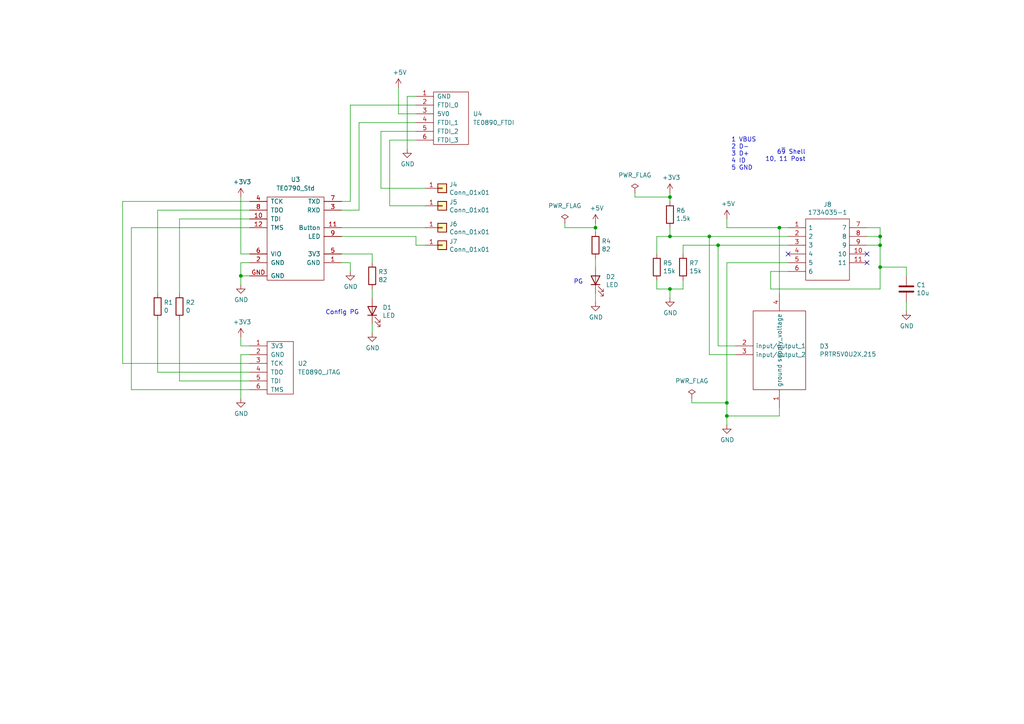
<source format=kicad_sch>
(kicad_sch (version 20211123) (generator eeschema)
  (paper "A4")
  (title_block (title "mifune/TE0890/local board") (date "2020-10-04") (rev "0.1") (comment 1 "Masayuki Takagiwa") (comment 2 "https://github.com/takagiwa/mifune") (comment 4 "GPLv2"))
  (lib_symbols
    (symbol "Connector_Generic:Conn_01x01" (pin_names (offset 1.016) hide)
      (property "Reference" "J" (at 0 2.54 0))
      (property "Value" "Conn_01x01" (at 0 -2.54 0))
      (symbol "Conn_01x01_1_1"
        (rectangle (start -1.27 0.127) (end 0 -0.127) (stroke (width 0.1524)))
        (rectangle (start -1.27 1.27) (end 1.27 -1.27) (stroke (width 0.254)) (fill (type background)))
        (pin passive line (at -5.08 0 0) (length 3.81) (name "Pin_1") (number "1"))
      )
    )
    (symbol "Device:C" (pin_numbers hide) (pin_names (offset 0.254))
      (property "Reference" "C" (at 0.635 2.54 0))
      (property "Value" "C" (at 0.635 -2.54 0))
      (symbol "C_0_1"
        (polyline (pts (xy -2.032 -0.762) (xy 2.032 -0.762)) (stroke (width 0.508)))
        (polyline (pts (xy -2.032 0.762) (xy 2.032 0.762)) (stroke (width 0.508)))
      )
      (symbol "C_1_1"
        (pin passive line (at 0 3.81 270) (length 2.794) (name "~") (number "1"))
        (pin passive line (at 0 -3.81 90) (length 2.794) (name "~") (number "2"))
      )
    )
    (symbol "Device:LED" (pin_numbers hide) (pin_names (offset 1.016) hide)
      (property "Reference" "D" (at 0 2.54 0))
      (property "Value" "LED" (at 0 -2.54 0))
      (symbol "LED_0_1"
        (polyline (pts (xy -1.27 -1.27) (xy -1.27 1.27)) (stroke (width 0.254)))
        (polyline (pts (xy -1.27 0) (xy 1.27 0)))
        (polyline (pts (xy 1.27 -1.27) (xy 1.27 1.27) (xy -1.27 0) (xy 1.27 -1.27)) (stroke (width 0.254)))
        (polyline (pts (xy -3.048 -0.762) (xy -4.572 -2.286) (xy -3.81 -2.286) (xy -4.572 -2.286) (xy -4.572 -1.524)))
        (polyline (pts (xy -1.778 -0.762) (xy -3.302 -2.286) (xy -2.54 -2.286) (xy -3.302 -2.286) (xy -3.302 -1.524)))
      )
      (symbol "LED_1_1"
        (pin passive line (at -3.81 0 0) (length 2.54) (name "K") (number "1"))
        (pin passive line (at 3.81 0 180) (length 2.54) (name "A") (number "2"))
      )
    )
    (symbol "Device:R" (pin_numbers hide) (pin_names (offset 0))
      (property "Reference" "R" (at 2.032 0 90))
      (property "Value" "R" (at 0 0 90))
      (symbol "R_0_1"
        (rectangle (start -1.016 -2.54) (end 1.016 2.54) (stroke (width 0.254)))
      )
      (symbol "R_1_1"
        (pin passive line (at 0 3.81 270) (length 1.27) (name "~") (number "1"))
        (pin passive line (at 0 -3.81 90) (length 1.27) (name "~") (number "2"))
      )
    )
    (symbol "LibraryLoader:1734035-1" (pin_names (offset 0.762))
      (property "Reference" "J" (at 19.05 7.62 0))
      (property "Value" "1734035-1" (at 19.05 5.08 0))
      (symbol "1734035-1_0_0"
        (pin passive line (at 0 0 0) (length 5.08) (name "1") (number "1"))
        (pin passive line (at 22.86 -7.62 180) (length 5.08) (name "10") (number "10"))
        (pin passive line (at 22.86 -10.16 180) (length 5.08) (name "11") (number "11"))
        (pin passive line (at 0 -2.54 0) (length 5.08) (name "2") (number "2"))
        (pin passive line (at 0 -5.08 0) (length 5.08) (name "3") (number "3"))
        (pin passive line (at 0 -7.62 0) (length 5.08) (name "4") (number "4"))
        (pin passive line (at 0 -10.16 0) (length 5.08) (name "5") (number "5"))
        (pin passive line (at 0 -12.7 0) (length 5.08) (name "6") (number "6"))
        (pin passive line (at 22.86 0 180) (length 5.08) (name "7") (number "7"))
        (pin passive line (at 22.86 -2.54 180) (length 5.08) (name "8") (number "8"))
        (pin passive line (at 22.86 -5.08 180) (length 5.08) (name "9") (number "9"))
      )
      (symbol "1734035-1_0_1"
        (polyline (pts (xy 5.08 2.54) (xy 17.78 2.54) (xy 17.78 -15.24) (xy 5.08 -15.24) (xy 5.08 2.54)) (stroke (width 0.1524)))
      )
    )
    (symbol "LibraryLoader:PRTR5V0U2X,215" (pin_names (offset 0.762))
      (property "Reference" "D" (at 21.59 15.24 0))
      (property "Value" "PRTR5V0U2X,215" (at 21.59 12.7 0))
      (symbol "PRTR5V0U2X,215_0_0"
        (pin passive line (at 12.7 -17.78 90) (length 5.08) (name "ground") (number "1"))
        (pin passive line (at 0 0 0) (length 5.08) (name "input/output_1") (number "2"))
        (pin passive line (at 0 -2.54 0) (length 5.08) (name "input/output_2") (number "3"))
        (pin passive line (at 12.7 15.24 270) (length 5.08) (name "supply_voltage") (number "4"))
      )
      (symbol "PRTR5V0U2X,215_0_1"
        (polyline (pts (xy 5.08 10.16) (xy 20.32 10.16) (xy 20.32 -12.7) (xy 5.08 -12.7) (xy 5.08 10.16)) (stroke (width 0.1524)))
      )
    )
    (symbol "TE0890:TE0790_Std" (pin_names (offset 1.016))
      (property "Reference" "U" (at 0 11.43 0))
      (property "Value" "TE0790_Std" (at 0 -15.24 0))
      (symbol "TE0790_Std_0_0"
        (pin power_in line (at 13.97 -8.89 180) (length 5.08) (name "GND") (number "1"))
        (pin passive line (at -12.7 3.81 0) (length 5.08) (name "TDI") (number "10"))
        (pin output line (at 13.97 1.27 180) (length 5.08) (name "Button") (number "11"))
        (pin passive line (at -12.7 1.27 0) (length 5.08) (name "TMS") (number "12"))
        (pin power_in line (at -12.7 -8.89 0) (length 5.08) (name "GND") (number "2"))
        (pin passive line (at 13.97 6.35 180) (length 5.08) (name "RXD") (number "3"))
        (pin passive line (at -12.7 8.89 0) (length 5.08) (name "TCK") (number "4"))
        (pin power_out line (at 13.97 -6.35 180) (length 5.08) (name "3V3") (number "5"))
        (pin power_in line (at -12.7 -6.35 0) (length 5.08) (name "VIO") (number "6"))
        (pin passive line (at 13.97 8.89 180) (length 5.08) (name "TXD") (number "7"))
        (pin passive line (at -12.7 6.35 0) (length 5.08) (name "TDO") (number "8"))
        (pin input line (at 13.97 -1.27 180) (length 5.08) (name "LED") (number "9"))
        (pin power_in line (at -12.7 -12.7 0) (length 5.08) (name "GND") (number "GND"))
      )
      (symbol "TE0790_Std_0_1"
        (rectangle (start -7.62 10.16) (end 8.89 -13.97))
      )
    )
    (symbol "TE0890:TE0890_FTDI" (pin_names (offset 1.016))
      (property "Reference" "U" (at 0 8.89 0))
      (property "Value" "TE0890_FTDI" (at 0 -8.89 0))
      (symbol "TE0890_FTDI_0_0"
        (pin power_in line (at -8.89 6.35 0) (length 5.08) (name "GND") (number "1"))
        (pin passive line (at -8.89 3.81 0) (length 5.08) (name "FTDI_0") (number "2"))
        (pin power_in line (at -8.89 1.27 0) (length 5.08) (name "5V0") (number "3"))
        (pin passive line (at -8.89 -1.27 0) (length 5.08) (name "FTDI_1") (number "4"))
        (pin passive line (at -8.89 -3.81 0) (length 5.08) (name "FTDI_2") (number "5"))
        (pin passive line (at -8.89 -6.35 0) (length 5.08) (name "FTDI_3") (number "6"))
      )
      (symbol "TE0890_FTDI_0_1"
        (rectangle (start -3.81 7.62) (end 6.35 -7.62))
      )
    )
    (symbol "TE0890:TE0890_JTAG" (pin_names (offset 1.016))
      (property "Reference" "U" (at 0 8.89 0))
      (property "Value" "TE0890_JTAG" (at 0 -8.89 0))
      (symbol "TE0890_JTAG_0_0"
        (pin power_out line (at -7.62 6.35 0) (length 5.08) (name "3V3") (number "1"))
        (pin power_in line (at -7.62 3.81 0) (length 5.08) (name "GND") (number "2"))
        (pin passive line (at -7.62 1.27 0) (length 5.08) (name "TCK") (number "3"))
        (pin passive line (at -7.62 -1.27 0) (length 5.08) (name "TDO") (number "4"))
        (pin passive line (at -7.62 -3.81 0) (length 5.08) (name "TDI") (number "5"))
        (pin passive line (at -7.62 -6.35 0) (length 5.08) (name "TMS") (number "6"))
      )
      (symbol "TE0890_JTAG_0_1"
        (rectangle (start -2.54 7.62) (end 5.08 -7.62))
      )
    )
    (symbol "power:+3.3V" (power) (pin_names (offset 0))
      (property "Value" "+3.3V" (at 0 3.556 0))
      (symbol "+3.3V_0_1"
        (polyline (pts (xy -0.762 1.27) (xy 0 2.54)))
        (polyline (pts (xy 0 0) (xy 0 2.54)))
        (polyline (pts (xy 0 2.54) (xy 0.762 1.27)))
      )
      (symbol "+3.3V_1_1"
        (pin power_in line (at 0 0 90) (length 0) hide (name "+3V3") (number "1"))
      )
    )
    (symbol "power:+5V" (power) (pin_names (offset 0))
      (property "Value" "+5V" (at 0 3.556 0))
      (symbol "+5V_0_1"
        (polyline (pts (xy -0.762 1.27) (xy 0 2.54)))
        (polyline (pts (xy 0 0) (xy 0 2.54)))
        (polyline (pts (xy 0 2.54) (xy 0.762 1.27)))
      )
      (symbol "+5V_1_1"
        (pin power_in line (at 0 0 90) (length 0) hide (name "+5V") (number "1"))
      )
    )
    (symbol "power:GND" (power) (pin_names (offset 0))
      (property "Value" "GND" (at 0 -3.81 0))
      (symbol "GND_0_1"
        (polyline (pts (xy 0 0) (xy 0 -1.27) (xy 1.27 -1.27) (xy 0 -2.54) (xy -1.27 -1.27) (xy 0 -1.27)))
      )
      (symbol "GND_1_1"
        (pin power_in line (at 0 0 270) (length 0) hide (name "GND") (number "1"))
      )
    )
    (symbol "power:PWR_FLAG" (power) (pin_numbers hide) (pin_names (offset 0) hide)
      (property "Value" "PWR_FLAG" (at 0 3.81 0))
      (symbol "PWR_FLAG_0_0"
        (pin power_out line (at 0 0 90) (length 0) (name "pwr") (number "1"))
      )
      (symbol "PWR_FLAG_0_1"
        (polyline (pts (xy 0 0) (xy 0 1.27) (xy -1.016 1.905) (xy 0 2.54) (xy 1.016 1.905) (xy 0 1.27)))
      )
    )
  )
  (junction (at 210.82 116.84))
  (junction (at 205.74 68.58))
  (junction (at 194.31 57.15))
  (junction (at 194.31 68.58))
  (junction (at 255.27 77.47))
  (junction (at 255.27 71.12))
  (junction (at 194.31 83.82))
  (junction (at 210.82 120.65))
  (junction (at 69.85 80.01))
  (junction (at 226.06 66.04))
  (junction (at 208.28 71.12))
  (junction (at 172.72 66.04))
  (junction (at 255.27 68.58))
  (no_connect (at 228.6 73.66))
  (no_connect (at 251.46 73.66))
  (no_connect (at 251.46 76.2))
  (wire (pts (xy 72.39 76.2) (xy 69.85 76.2)))
  (wire (pts (xy 198.12 73.66) (xy 198.12 71.12)))
  (wire (pts (xy 110.49 54.61) (xy 110.49 38.1)))
  (wire (pts (xy 101.6 76.2) (xy 101.6 78.74)))
  (wire (pts (xy 38.1 113.03) (xy 38.1 66.04)))
  (wire (pts (xy 120.65 71.12) (xy 123.19 71.12)))
  (wire (pts (xy 110.49 38.1) (xy 120.65 38.1)))
  (wire (pts (xy 115.57 33.02) (xy 115.57 25.4)))
  (wire (pts (xy 210.82 123.19) (xy 210.82 120.65)))
  (wire (pts (xy 38.1 66.04) (xy 72.39 66.04)))
  (wire (pts (xy 113.03 40.64) (xy 113.03 59.69)))
  (wire (pts (xy 118.11 27.94) (xy 118.11 43.18)))
  (wire (pts (xy 120.65 33.02) (xy 115.57 33.02)))
  (wire (pts (xy 255.27 68.58) (xy 255.27 71.12)))
  (wire (pts (xy 72.39 73.66) (xy 69.85 73.66)))
  (wire (pts (xy 99.06 76.2) (xy 101.6 76.2)))
  (wire (pts (xy 104.14 60.96) (xy 99.06 60.96)))
  (wire (pts (xy 262.89 77.47) (xy 255.27 77.47)))
  (wire (pts (xy 69.85 102.87) (xy 69.85 115.57)))
  (wire (pts (xy 72.39 60.96) (xy 45.72 60.96)))
  (wire (pts (xy 107.95 83.82) (xy 107.95 86.36)))
  (wire (pts (xy 194.31 66.04) (xy 194.31 68.58)))
  (wire (pts (xy 208.28 100.33) (xy 213.36 100.33)))
  (wire (pts (xy 194.31 57.15) (xy 194.31 58.42)))
  (wire (pts (xy 200.66 115.57) (xy 200.66 116.84)))
  (wire (pts (xy 120.65 68.58) (xy 120.65 71.12)))
  (wire (pts (xy 120.65 27.94) (xy 118.11 27.94)))
  (wire (pts (xy 99.06 58.42) (xy 101.6 58.42)))
  (wire (pts (xy 208.28 71.12) (xy 208.28 100.33)))
  (wire (pts (xy 262.89 80.01) (xy 262.89 77.47)))
  (wire (pts (xy 163.83 64.77) (xy 163.83 66.04)))
  (wire (pts (xy 223.52 83.82) (xy 255.27 83.82)))
  (wire (pts (xy 172.72 66.04) (xy 172.72 67.31)))
  (wire (pts (xy 190.5 83.82) (xy 190.5 81.28)))
  (wire (pts (xy 210.82 76.2) (xy 210.82 116.84)))
  (wire (pts (xy 69.85 97.79) (xy 69.85 100.33)))
  (wire (pts (xy 194.31 86.36) (xy 194.31 83.82)))
  (wire (pts (xy 35.56 58.42) (xy 35.56 105.41)))
  (wire (pts (xy 52.07 110.49) (xy 52.07 92.71)))
  (wire (pts (xy 251.46 68.58) (xy 255.27 68.58)))
  (wire (pts (xy 69.85 76.2) (xy 69.85 80.01)))
  (wire (pts (xy 255.27 66.04) (xy 251.46 66.04)))
  (wire (pts (xy 113.03 59.69) (xy 123.19 59.69)))
  (wire (pts (xy 104.14 35.56) (xy 104.14 60.96)))
  (wire (pts (xy 69.85 100.33) (xy 72.39 100.33)))
  (wire (pts (xy 198.12 81.28) (xy 198.12 83.82)))
  (wire (pts (xy 123.19 54.61) (xy 110.49 54.61)))
  (wire (pts (xy 228.6 76.2) (xy 210.82 76.2)))
  (wire (pts (xy 72.39 58.42) (xy 35.56 58.42)))
  (wire (pts (xy 198.12 71.12) (xy 208.28 71.12)))
  (wire (pts (xy 69.85 80.01) (xy 69.85 82.55)))
  (wire (pts (xy 190.5 73.66) (xy 190.5 68.58)))
  (wire (pts (xy 228.6 66.04) (xy 226.06 66.04)))
  (wire (pts (xy 255.27 68.58) (xy 255.27 66.04)))
  (wire (pts (xy 228.6 78.74) (xy 223.52 78.74)))
  (wire (pts (xy 72.39 102.87) (xy 69.85 102.87)))
  (wire (pts (xy 194.31 83.82) (xy 190.5 83.82)))
  (wire (pts (xy 223.52 78.74) (xy 223.52 83.82)))
  (wire (pts (xy 226.06 66.04) (xy 226.06 85.09)))
  (wire (pts (xy 184.15 57.15) (xy 194.31 57.15)))
  (wire (pts (xy 107.95 73.66) (xy 107.95 76.2)))
  (wire (pts (xy 262.89 90.17) (xy 262.89 87.63)))
  (wire (pts (xy 210.82 120.65) (xy 226.06 120.65)))
  (wire (pts (xy 255.27 83.82) (xy 255.27 77.47)))
  (wire (pts (xy 194.31 55.88) (xy 194.31 57.15)))
  (wire (pts (xy 120.65 40.64) (xy 113.03 40.64)))
  (wire (pts (xy 255.27 71.12) (xy 251.46 71.12)))
  (wire (pts (xy 45.72 107.95) (xy 72.39 107.95)))
  (wire (pts (xy 72.39 113.03) (xy 38.1 113.03)))
  (wire (pts (xy 163.83 66.04) (xy 172.72 66.04)))
  (wire (pts (xy 69.85 73.66) (xy 69.85 57.15)))
  (wire (pts (xy 52.07 63.5) (xy 72.39 63.5)))
  (wire (pts (xy 52.07 85.09) (xy 52.07 63.5)))
  (wire (pts (xy 101.6 58.42) (xy 101.6 30.48)))
  (wire (pts (xy 99.06 66.04) (xy 123.19 66.04)))
  (wire (pts (xy 35.56 105.41) (xy 72.39 105.41)))
  (wire (pts (xy 205.74 102.87) (xy 205.74 68.58)))
  (wire (pts (xy 72.39 110.49) (xy 52.07 110.49)))
  (wire (pts (xy 99.06 68.58) (xy 120.65 68.58)))
  (wire (pts (xy 205.74 68.58) (xy 228.6 68.58)))
  (wire (pts (xy 107.95 93.98) (xy 107.95 96.52)))
  (wire (pts (xy 255.27 77.47) (xy 255.27 71.12)))
  (wire (pts (xy 99.06 73.66) (xy 107.95 73.66)))
  (wire (pts (xy 172.72 74.93) (xy 172.72 77.47)))
  (wire (pts (xy 45.72 92.71) (xy 45.72 107.95)))
  (wire (pts (xy 200.66 116.84) (xy 210.82 116.84)))
  (wire (pts (xy 226.06 120.65) (xy 226.06 118.11)))
  (wire (pts (xy 172.72 64.77) (xy 172.72 66.04)))
  (wire (pts (xy 210.82 116.84) (xy 210.82 120.65)))
  (wire (pts (xy 72.39 80.01) (xy 69.85 80.01)))
  (wire (pts (xy 210.82 63.5) (xy 210.82 66.04)))
  (wire (pts (xy 228.6 71.12) (xy 208.28 71.12)))
  (wire (pts (xy 198.12 83.82) (xy 194.31 83.82)))
  (wire (pts (xy 190.5 68.58) (xy 194.31 68.58)))
  (wire (pts (xy 45.72 60.96) (xy 45.72 85.09)))
  (wire (pts (xy 120.65 35.56) (xy 104.14 35.56)))
  (wire (pts (xy 101.6 30.48) (xy 120.65 30.48)))
  (wire (pts (xy 210.82 66.04) (xy 226.06 66.04)))
  (wire (pts (xy 194.31 68.58) (xy 205.74 68.58)))
  (wire (pts (xy 213.36 102.87) (xy 205.74 102.87)))
  (wire (pts (xy 172.72 85.09) (xy 172.72 87.63)))
  (wire (pts (xy 184.15 55.88) (xy 184.15 57.15)))
  (text "Config PG" (at 104.14 91.44 180) (effects (font (size 1.27 1.27)) (justify right bottom)))
  (text "6~{9} Shell\n10, 11 Post" (at 233.68 46.99 180) (effects (font (size 1.27 1.27)) (justify right bottom)))
  (text "1 VBUS\n2 D-\n3 D+\n4 ID\n5 GND" (at 212.09 49.53 0) (effects (font (size 1.27 1.27)) (justify left bottom)))
  (text "PG" (at 166.37 82.55 0) (effects (font (size 1.27 1.27)) (justify left bottom)))
  (symbol (lib_id "LibraryLoader:1734035-1") (at 228.6 66.04 0) (unit 1)
    (property "Reference" "J8" (at 240.03 59.309 0))
    (property "Value" "1734035-1" (at 240.03 61.6204 0))
    (property "Footprint" "LibraryLoader:17340351" (effects hide))
    (property "Datasheet" "http://www.te.com/commerce/DocumentDelivery/DDEController?Action=srchrtrv&DocNm=1734035&DocType=Customer+Drawing&DocLang=English" (effects hide))
    (property "Description" "AMP - TE CONNECTIVITY - 1734035-1. - MINI USB, 2.0 TYPE B, RECEPTACLE, SMT" (effects hide))
    (property "Height" "4" (effects hide))
    (property "Mouser Part Number" "571-1734035-1" (effects hide))
    (property "Mouser Price/Stock" "https://www.mouser.co.uk/ProductDetail/TE-Connectivity/1734035-1?qs=Lu3apKW7jUhmtA8yyQGN2g%3D%3D" (effects hide))
    (property "Manufacturer_Name" "TE Connectivity" (effects hide))
    (property "Manufacturer_Part_Number" "1734035-1" (effects hide))
  )
  (symbol (lib_id "LibraryLoader:PRTR5V0U2X,215") (at 213.36 100.33 0) (unit 1)
    (property "Reference" "D3" (at 237.6932 100.4316 0) (effects (justify left)))
    (property "Value" "PRTR5V0U2X,215" (at 237.6932 102.743 0) (effects (justify left)))
    (property "Footprint" "LibraryLoader:PRTR5V0U2X" (effects hide))
    (property "Datasheet" "https://assets.nexperia.com/documents/data-sheet/PRTR5V0U2X.pdf" (effects hide))
    (property "Description" "ESD Protection Diodes 5.5V Dual SOT143B NXP PRTR5V0U2X,215 Dual Uni-Directional TVS Diode, 4-Pin SOT-143B" (effects hide))
    (property "Height" "1.1" (effects hide))
    (property "Mouser Part Number" "771-PRTR5V0U2X-T/R" (effects hide))
    (property "Mouser Price/Stock" "https://www.mouser.co.uk/ProductDetail/Nexperia/PRTR5V0U2X215?qs=LOCUfHb8d9sDkgY4cRj8Lw%3D%3D" (effects hide))
    (property "Manufacturer_Name" "Nexperia" (effects hide))
    (property "Manufacturer_Part_Number" "PRTR5V0U2X,215" (effects hide))
  )
  (symbol (lib_id "power:GND") (at 210.82 123.19 0) (unit 1)
    (property "Reference" "#PWR024" (effects hide))
    (property "Value" "GND" (at 210.947 127.5842 0))
  )
  (symbol (lib_id "power:+5V") (at 210.82 63.5 0) (unit 1)
    (property "Reference" "#PWR023" (effects hide))
    (property "Value" "+5V" (at 211.201 59.1058 0))
  )
  (symbol (lib_id "Device:R") (at 198.12 77.47 0) (unit 1)
    (property "Reference" "R7" (at 199.898 76.3016 0) (effects (justify left)))
    (property "Value" "15k" (at 199.898 78.613 0) (effects (justify left)))
    (property "Footprint" "Resistor_SMD:R_0805_2012Metric_Pad1.20x1.40mm_HandSolder" (effects hide))
  )
  (symbol (lib_id "Device:R") (at 190.5 77.47 0) (unit 1)
    (property "Reference" "R5" (at 192.278 76.3016 0) (effects (justify left)))
    (property "Value" "15k" (at 192.278 78.613 0) (effects (justify left)))
    (property "Footprint" "Resistor_SMD:R_0805_2012Metric_Pad1.20x1.40mm_HandSolder" (effects hide))
  )
  (symbol (lib_id "Device:R") (at 194.31 62.23 0) (unit 1)
    (property "Reference" "R6" (at 196.088 61.0616 0) (effects (justify left)))
    (property "Value" "1.5k" (at 196.088 63.373 0) (effects (justify left)))
    (property "Footprint" "Resistor_SMD:R_0805_2012Metric_Pad1.20x1.40mm_HandSolder" (effects hide))
  )
  (symbol (lib_id "power:+3.3V") (at 194.31 55.88 0) (unit 1)
    (property "Reference" "#PWR021" (effects hide))
    (property "Value" "+3.3V" (at 194.691 51.4858 0))
  )
  (symbol (lib_id "power:GND") (at 194.31 86.36 0) (unit 1)
    (property "Reference" "#PWR022" (effects hide))
    (property "Value" "GND" (at 194.437 90.7542 0))
  )
  (symbol (lib_id "power:GND") (at 69.85 82.55 0) (unit 1)
    (property "Reference" "#PWR012" (effects hide))
    (property "Value" "GND" (at 69.977 86.9442 0))
  )
  (symbol (lib_id "power:GND") (at 101.6 78.74 0) (unit 1)
    (property "Reference" "#PWR015" (effects hide))
    (property "Value" "GND" (at 101.727 83.1342 0))
  )
  (symbol (lib_id "power:GND") (at 69.85 115.57 0) (unit 1)
    (property "Reference" "#PWR014" (effects hide))
    (property "Value" "GND" (at 69.977 119.9642 0))
  )
  (symbol (lib_id "power:+3.3V") (at 69.85 97.79 0) (unit 1)
    (property "Reference" "#PWR013" (effects hide))
    (property "Value" "+3.3V" (at 70.231 93.3958 0))
  )
  (symbol (lib_id "power:+3.3V") (at 69.85 57.15 0) (unit 1)
    (property "Reference" "#PWR011" (effects hide))
    (property "Value" "+3.3V" (at 70.231 52.7558 0))
  )
  (symbol (lib_id "Device:R") (at 52.07 88.9 0) (unit 1)
    (property "Reference" "R2" (at 53.848 87.7316 0) (effects (justify left)))
    (property "Value" "0" (at 53.848 90.043 0) (effects (justify left)))
    (property "Footprint" "Resistor_SMD:R_0805_2012Metric_Pad1.20x1.40mm_HandSolder" (effects hide))
  )
  (symbol (lib_id "Device:R") (at 45.72 88.9 0) (unit 1)
    (property "Reference" "R1" (at 47.498 87.7316 0) (effects (justify left)))
    (property "Value" "0" (at 47.498 90.043 0) (effects (justify left)))
    (property "Footprint" "Resistor_SMD:R_0805_2012Metric_Pad1.20x1.40mm_HandSolder" (effects hide))
  )
  (symbol (lib_id "Device:C") (at 262.89 83.82 0) (unit 1)
    (property "Reference" "C1" (at 265.811 82.6516 0) (effects (justify left)))
    (property "Value" "10u" (at 265.811 84.963 0) (effects (justify left)))
    (property "Footprint" "Capacitor_SMD:C_0805_2012Metric_Pad1.18x1.45mm_HandSolder" (effects hide))
  )
  (symbol (lib_id "power:GND") (at 262.89 90.17 0) (unit 1)
    (property "Reference" "#PWR025" (effects hide))
    (property "Value" "GND" (at 263.017 94.5642 0))
  )
  (symbol (lib_id "Device:LED") (at 107.95 90.17 90) (unit 1)
    (property "Reference" "D1" (at 110.9472 89.1794 90) (effects (justify right)))
    (property "Value" "LED" (at 110.9472 91.4908 90) (effects (justify right)))
    (property "Footprint" "LED_SMD:LED_1206_3216Metric_Pad1.42x1.75mm_HandSolder" (effects hide))
  )
  (symbol (lib_id "Device:R") (at 107.95 80.01 0) (unit 1)
    (property "Reference" "R3" (at 109.728 78.8416 0) (effects (justify left)))
    (property "Value" "82" (at 109.728 81.153 0) (effects (justify left)))
    (property "Footprint" "Resistor_SMD:R_0805_2012Metric_Pad1.20x1.40mm_HandSolder" (effects hide))
  )
  (symbol (lib_id "power:GND") (at 107.95 96.52 0) (unit 1)
    (property "Reference" "#PWR016" (effects hide))
    (property "Value" "GND" (at 108.077 100.9142 0))
  )
  (symbol (lib_id "Device:LED") (at 172.72 81.28 90) (unit 1)
    (property "Reference" "D2" (at 175.7172 80.2894 90) (effects (justify right)))
    (property "Value" "LED" (at 175.7172 82.6008 90) (effects (justify right)))
    (property "Footprint" "LED_SMD:LED_1206_3216Metric_Pad1.42x1.75mm_HandSolder" (effects hide))
  )
  (symbol (lib_id "Device:R") (at 172.72 71.12 0) (unit 1)
    (property "Reference" "R4" (at 174.498 69.9516 0) (effects (justify left)))
    (property "Value" "82" (at 174.498 72.263 0) (effects (justify left)))
    (property "Footprint" "Resistor_SMD:R_0805_2012Metric_Pad1.20x1.40mm_HandSolder" (effects hide))
  )
  (symbol (lib_id "power:GND") (at 172.72 87.63 0) (unit 1)
    (property "Reference" "#PWR020" (effects hide))
    (property "Value" "GND" (at 172.847 92.0242 0))
  )
  (symbol (lib_id "power:+5V") (at 172.72 64.77 0) (unit 1)
    (property "Reference" "#PWR019" (effects hide))
    (property "Value" "+5V" (at 173.101 60.3758 0))
  )
  (symbol (lib_id "Connector_Generic:Conn_01x01") (at 128.27 66.04 0) (unit 1)
    (property "Reference" "J6" (at 130.302 64.9732 0) (effects (justify left)))
    (property "Value" "Conn_01x01" (at 130.302 67.2846 0) (effects (justify left)))
    (property "Footprint" "TestPoint:TestPoint_THTPad_D2.0mm_Drill1.0mm" (effects hide))
  )
  (symbol (lib_id "Connector_Generic:Conn_01x01") (at 128.27 71.12 0) (unit 1)
    (property "Reference" "J7" (at 130.302 70.0532 0) (effects (justify left)))
    (property "Value" "Conn_01x01" (at 130.302 72.3646 0) (effects (justify left)))
    (property "Footprint" "TestPoint:TestPoint_THTPad_D2.0mm_Drill1.0mm" (effects hide))
  )
  (symbol (lib_id "power:GND") (at 118.11 43.18 0) (unit 1)
    (property "Reference" "#PWR018" (effects hide))
    (property "Value" "GND" (at 118.237 47.5742 0))
  )
  (symbol (lib_id "power:+5V") (at 115.57 25.4 0) (unit 1)
    (property "Reference" "#PWR017" (effects hide))
    (property "Value" "+5V" (at 115.951 21.0058 0))
  )
  (symbol (lib_id "Connector_Generic:Conn_01x01") (at 128.27 59.69 0) (unit 1)
    (property "Reference" "J5" (at 130.302 58.6232 0) (effects (justify left)))
    (property "Value" "Conn_01x01" (at 130.302 60.9346 0) (effects (justify left)))
    (property "Footprint" "TestPoint:TestPoint_THTPad_D2.0mm_Drill1.0mm" (effects hide))
  )
  (symbol (lib_id "Connector_Generic:Conn_01x01") (at 128.27 54.61 0) (unit 1)
    (property "Reference" "J4" (at 130.302 53.5432 0) (effects (justify left)))
    (property "Value" "Conn_01x01" (at 130.302 55.8546 0) (effects (justify left)))
    (property "Footprint" "TestPoint:TestPoint_THTPad_D2.0mm_Drill1.0mm" (effects hide))
  )
  (symbol (lib_id "TE0890:TE0890_FTDI") (at 129.54 34.29 0) (unit 1)
    (property "Reference" "U4" (at 137.16 33.0199 0) (effects (justify left)))
    (property "Value" "TE0890_FTDI" (at 137.16 35.5599 0) (effects (justify left)))
    (property "Footprint" "Connector_PinHeader_2.54mm:PinHeader_1x06_P2.54mm_Vertical" (effects hide))
  )
  (symbol (lib_id "power:PWR_FLAG") (at 163.83 64.77 0) (unit 1)
    (property "Reference" "#FLG01" (effects hide))
    (property "Value" "PWR_FLAG" (at 163.83 59.69 0))
  )
  (symbol (lib_id "power:PWR_FLAG") (at 184.15 55.88 0) (unit 1)
    (property "Reference" "#FLG02" (effects hide))
    (property "Value" "PWR_FLAG" (at 184.15 50.8 0))
  )
  (symbol (lib_id "TE0890:TE0790_Std") (at 85.09 67.31 0) (unit 1)
    (property "Reference" "U3" (at 85.725 52.07 0))
    (property "Value" "TE0790_Std" (at 85.725 54.61 0))
    (property "Footprint" "TE0890:TE0790" (effects hide))
  )
  (symbol (lib_id "power:PWR_FLAG") (at 200.66 115.57 0) (unit 1)
    (property "Reference" "#FLG03" (effects hide))
    (property "Value" "PWR_FLAG" (at 200.66 110.49 0))
  )
  (symbol (lib_id "TE0890:TE0890_JTAG") (at 80.01 106.68 0) (unit 1)
    (property "Reference" "U2" (at 86.36 105.4099 0) (effects (justify left)))
    (property "Value" "TE0890_JTAG" (at 86.36 107.9499 0) (effects (justify left)))
    (property "Footprint" "Connector_PinHeader_2.54mm:PinHeader_1x06_P2.54mm_Vertical" (effects hide))
  )
)
</source>
